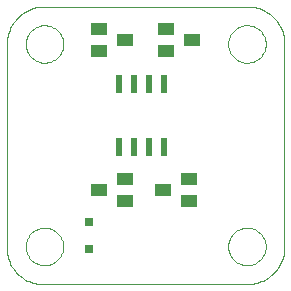
<source format=gbp>
G75*
G70*
%OFA0B0*%
%FSLAX24Y24*%
%IPPOS*%
%LPD*%
%AMOC8*
5,1,8,0,0,1.08239X$1,22.5*
%
%ADD10C,0.0000*%
%ADD11R,0.0236X0.0610*%
%ADD12R,0.0551X0.0394*%
%ADD13R,0.0315X0.0315*%
D10*
X000411Y001660D02*
X000409Y001594D01*
X000411Y001528D01*
X000417Y001462D01*
X000426Y001396D01*
X000439Y001331D01*
X000456Y001266D01*
X000476Y001203D01*
X000500Y001141D01*
X000527Y001081D01*
X000558Y001022D01*
X000592Y000964D01*
X000629Y000909D01*
X000669Y000856D01*
X000712Y000806D01*
X000757Y000757D01*
X000806Y000712D01*
X000856Y000669D01*
X000909Y000629D01*
X000964Y000592D01*
X001022Y000558D01*
X001081Y000527D01*
X001141Y000500D01*
X001203Y000476D01*
X001266Y000456D01*
X001331Y000439D01*
X001396Y000426D01*
X001462Y000417D01*
X001528Y000411D01*
X001594Y000409D01*
X001660Y000411D01*
X001660Y000410D02*
X008410Y000410D01*
X008478Y000412D01*
X008545Y000417D01*
X008612Y000426D01*
X008679Y000439D01*
X008744Y000456D01*
X008809Y000475D01*
X008873Y000499D01*
X008935Y000526D01*
X008996Y000556D01*
X009054Y000589D01*
X009111Y000625D01*
X009166Y000665D01*
X009219Y000707D01*
X009270Y000753D01*
X009317Y000800D01*
X009363Y000851D01*
X009405Y000904D01*
X009445Y000959D01*
X009481Y001016D01*
X009514Y001074D01*
X009544Y001135D01*
X009571Y001197D01*
X009595Y001261D01*
X009614Y001326D01*
X009631Y001391D01*
X009644Y001458D01*
X009653Y001525D01*
X009658Y001592D01*
X009660Y001660D01*
X009660Y008410D01*
X009658Y008478D01*
X009653Y008545D01*
X009644Y008612D01*
X009631Y008679D01*
X009614Y008744D01*
X009595Y008809D01*
X009571Y008873D01*
X009544Y008935D01*
X009514Y008996D01*
X009481Y009054D01*
X009445Y009111D01*
X009405Y009166D01*
X009363Y009219D01*
X009317Y009270D01*
X009270Y009317D01*
X009219Y009363D01*
X009166Y009405D01*
X009111Y009445D01*
X009054Y009481D01*
X008996Y009514D01*
X008935Y009544D01*
X008873Y009571D01*
X008809Y009595D01*
X008744Y009614D01*
X008679Y009631D01*
X008612Y009644D01*
X008545Y009653D01*
X008478Y009658D01*
X008410Y009660D01*
X001660Y009660D01*
X001035Y008410D02*
X001037Y008460D01*
X001043Y008509D01*
X001053Y008558D01*
X001066Y008605D01*
X001084Y008652D01*
X001105Y008697D01*
X001129Y008740D01*
X001157Y008781D01*
X001188Y008820D01*
X001222Y008856D01*
X001259Y008890D01*
X001299Y008920D01*
X001340Y008947D01*
X001384Y008971D01*
X001429Y008991D01*
X001476Y009007D01*
X001524Y009020D01*
X001573Y009029D01*
X001623Y009034D01*
X001672Y009035D01*
X001722Y009032D01*
X001771Y009025D01*
X001820Y009014D01*
X001867Y009000D01*
X001913Y008981D01*
X001958Y008959D01*
X002001Y008934D01*
X002041Y008905D01*
X002079Y008873D01*
X002115Y008839D01*
X002148Y008801D01*
X002177Y008761D01*
X002203Y008719D01*
X002226Y008675D01*
X002245Y008629D01*
X002261Y008582D01*
X002273Y008533D01*
X002281Y008484D01*
X002285Y008435D01*
X002285Y008385D01*
X002281Y008336D01*
X002273Y008287D01*
X002261Y008238D01*
X002245Y008191D01*
X002226Y008145D01*
X002203Y008101D01*
X002177Y008059D01*
X002148Y008019D01*
X002115Y007981D01*
X002079Y007947D01*
X002041Y007915D01*
X002001Y007886D01*
X001958Y007861D01*
X001913Y007839D01*
X001867Y007820D01*
X001820Y007806D01*
X001771Y007795D01*
X001722Y007788D01*
X001672Y007785D01*
X001623Y007786D01*
X001573Y007791D01*
X001524Y007800D01*
X001476Y007813D01*
X001429Y007829D01*
X001384Y007849D01*
X001340Y007873D01*
X001299Y007900D01*
X001259Y007930D01*
X001222Y007964D01*
X001188Y008000D01*
X001157Y008039D01*
X001129Y008080D01*
X001105Y008123D01*
X001084Y008168D01*
X001066Y008215D01*
X001053Y008262D01*
X001043Y008311D01*
X001037Y008360D01*
X001035Y008410D01*
X000410Y008410D02*
X000410Y001660D01*
X001035Y001660D02*
X001037Y001710D01*
X001043Y001759D01*
X001053Y001808D01*
X001066Y001855D01*
X001084Y001902D01*
X001105Y001947D01*
X001129Y001990D01*
X001157Y002031D01*
X001188Y002070D01*
X001222Y002106D01*
X001259Y002140D01*
X001299Y002170D01*
X001340Y002197D01*
X001384Y002221D01*
X001429Y002241D01*
X001476Y002257D01*
X001524Y002270D01*
X001573Y002279D01*
X001623Y002284D01*
X001672Y002285D01*
X001722Y002282D01*
X001771Y002275D01*
X001820Y002264D01*
X001867Y002250D01*
X001913Y002231D01*
X001958Y002209D01*
X002001Y002184D01*
X002041Y002155D01*
X002079Y002123D01*
X002115Y002089D01*
X002148Y002051D01*
X002177Y002011D01*
X002203Y001969D01*
X002226Y001925D01*
X002245Y001879D01*
X002261Y001832D01*
X002273Y001783D01*
X002281Y001734D01*
X002285Y001685D01*
X002285Y001635D01*
X002281Y001586D01*
X002273Y001537D01*
X002261Y001488D01*
X002245Y001441D01*
X002226Y001395D01*
X002203Y001351D01*
X002177Y001309D01*
X002148Y001269D01*
X002115Y001231D01*
X002079Y001197D01*
X002041Y001165D01*
X002001Y001136D01*
X001958Y001111D01*
X001913Y001089D01*
X001867Y001070D01*
X001820Y001056D01*
X001771Y001045D01*
X001722Y001038D01*
X001672Y001035D01*
X001623Y001036D01*
X001573Y001041D01*
X001524Y001050D01*
X001476Y001063D01*
X001429Y001079D01*
X001384Y001099D01*
X001340Y001123D01*
X001299Y001150D01*
X001259Y001180D01*
X001222Y001214D01*
X001188Y001250D01*
X001157Y001289D01*
X001129Y001330D01*
X001105Y001373D01*
X001084Y001418D01*
X001066Y001465D01*
X001053Y001512D01*
X001043Y001561D01*
X001037Y001610D01*
X001035Y001660D01*
X000410Y008410D02*
X000412Y008478D01*
X000417Y008545D01*
X000426Y008612D01*
X000439Y008679D01*
X000456Y008744D01*
X000475Y008809D01*
X000499Y008873D01*
X000526Y008935D01*
X000556Y008996D01*
X000589Y009054D01*
X000625Y009111D01*
X000665Y009166D01*
X000707Y009219D01*
X000753Y009270D01*
X000800Y009317D01*
X000851Y009363D01*
X000904Y009405D01*
X000959Y009445D01*
X001016Y009481D01*
X001074Y009514D01*
X001135Y009544D01*
X001197Y009571D01*
X001261Y009595D01*
X001326Y009614D01*
X001391Y009631D01*
X001458Y009644D01*
X001525Y009653D01*
X001592Y009658D01*
X001660Y009660D01*
X007785Y008410D02*
X007787Y008460D01*
X007793Y008509D01*
X007803Y008558D01*
X007816Y008605D01*
X007834Y008652D01*
X007855Y008697D01*
X007879Y008740D01*
X007907Y008781D01*
X007938Y008820D01*
X007972Y008856D01*
X008009Y008890D01*
X008049Y008920D01*
X008090Y008947D01*
X008134Y008971D01*
X008179Y008991D01*
X008226Y009007D01*
X008274Y009020D01*
X008323Y009029D01*
X008373Y009034D01*
X008422Y009035D01*
X008472Y009032D01*
X008521Y009025D01*
X008570Y009014D01*
X008617Y009000D01*
X008663Y008981D01*
X008708Y008959D01*
X008751Y008934D01*
X008791Y008905D01*
X008829Y008873D01*
X008865Y008839D01*
X008898Y008801D01*
X008927Y008761D01*
X008953Y008719D01*
X008976Y008675D01*
X008995Y008629D01*
X009011Y008582D01*
X009023Y008533D01*
X009031Y008484D01*
X009035Y008435D01*
X009035Y008385D01*
X009031Y008336D01*
X009023Y008287D01*
X009011Y008238D01*
X008995Y008191D01*
X008976Y008145D01*
X008953Y008101D01*
X008927Y008059D01*
X008898Y008019D01*
X008865Y007981D01*
X008829Y007947D01*
X008791Y007915D01*
X008751Y007886D01*
X008708Y007861D01*
X008663Y007839D01*
X008617Y007820D01*
X008570Y007806D01*
X008521Y007795D01*
X008472Y007788D01*
X008422Y007785D01*
X008373Y007786D01*
X008323Y007791D01*
X008274Y007800D01*
X008226Y007813D01*
X008179Y007829D01*
X008134Y007849D01*
X008090Y007873D01*
X008049Y007900D01*
X008009Y007930D01*
X007972Y007964D01*
X007938Y008000D01*
X007907Y008039D01*
X007879Y008080D01*
X007855Y008123D01*
X007834Y008168D01*
X007816Y008215D01*
X007803Y008262D01*
X007793Y008311D01*
X007787Y008360D01*
X007785Y008410D01*
X007785Y001660D02*
X007787Y001710D01*
X007793Y001759D01*
X007803Y001808D01*
X007816Y001855D01*
X007834Y001902D01*
X007855Y001947D01*
X007879Y001990D01*
X007907Y002031D01*
X007938Y002070D01*
X007972Y002106D01*
X008009Y002140D01*
X008049Y002170D01*
X008090Y002197D01*
X008134Y002221D01*
X008179Y002241D01*
X008226Y002257D01*
X008274Y002270D01*
X008323Y002279D01*
X008373Y002284D01*
X008422Y002285D01*
X008472Y002282D01*
X008521Y002275D01*
X008570Y002264D01*
X008617Y002250D01*
X008663Y002231D01*
X008708Y002209D01*
X008751Y002184D01*
X008791Y002155D01*
X008829Y002123D01*
X008865Y002089D01*
X008898Y002051D01*
X008927Y002011D01*
X008953Y001969D01*
X008976Y001925D01*
X008995Y001879D01*
X009011Y001832D01*
X009023Y001783D01*
X009031Y001734D01*
X009035Y001685D01*
X009035Y001635D01*
X009031Y001586D01*
X009023Y001537D01*
X009011Y001488D01*
X008995Y001441D01*
X008976Y001395D01*
X008953Y001351D01*
X008927Y001309D01*
X008898Y001269D01*
X008865Y001231D01*
X008829Y001197D01*
X008791Y001165D01*
X008751Y001136D01*
X008708Y001111D01*
X008663Y001089D01*
X008617Y001070D01*
X008570Y001056D01*
X008521Y001045D01*
X008472Y001038D01*
X008422Y001035D01*
X008373Y001036D01*
X008323Y001041D01*
X008274Y001050D01*
X008226Y001063D01*
X008179Y001079D01*
X008134Y001099D01*
X008090Y001123D01*
X008049Y001150D01*
X008009Y001180D01*
X007972Y001214D01*
X007938Y001250D01*
X007907Y001289D01*
X007879Y001330D01*
X007855Y001373D01*
X007834Y001418D01*
X007816Y001465D01*
X007803Y001512D01*
X007793Y001561D01*
X007787Y001610D01*
X007785Y001660D01*
D11*
X005660Y004968D03*
X005160Y004968D03*
X004660Y004968D03*
X004160Y004968D03*
X004160Y007094D03*
X004660Y007094D03*
X005160Y007094D03*
X005660Y007094D03*
D12*
X005727Y008161D03*
X005727Y008909D03*
X006593Y008535D03*
X004343Y008535D03*
X003477Y008161D03*
X003477Y008909D03*
X004343Y003909D03*
X004343Y003161D03*
X003477Y003535D03*
X005602Y003535D03*
X006468Y003161D03*
X006468Y003909D03*
D13*
X003160Y002478D03*
X003160Y001592D03*
M02*

</source>
